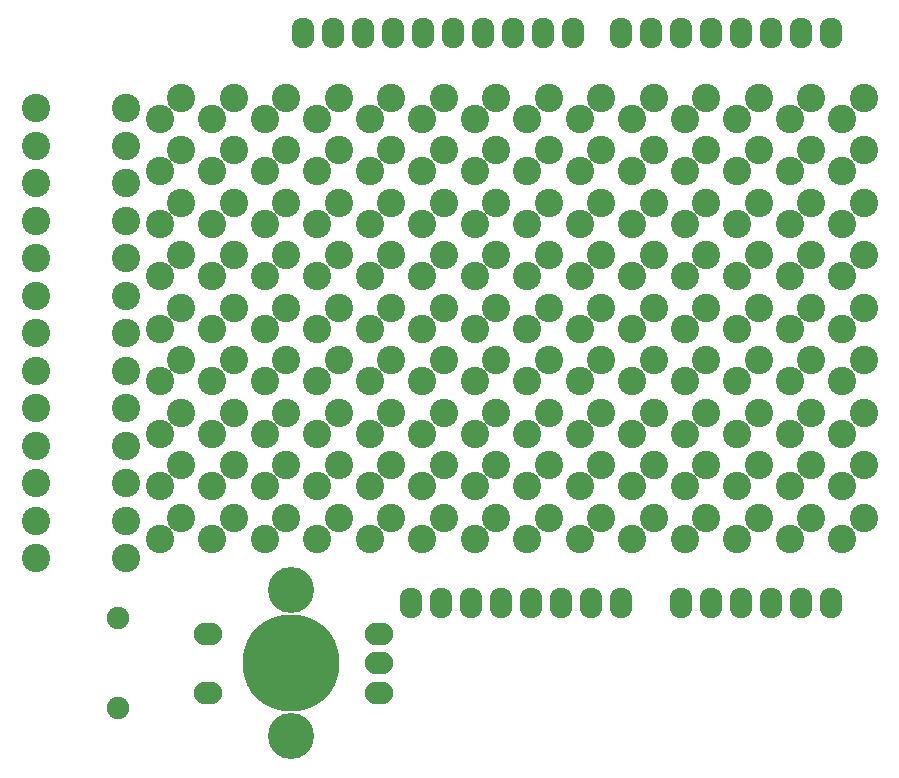
<source format=gbr>
G04 #@! TF.FileFunction,Soldermask,Top*
%FSLAX46Y46*%
G04 Gerber Fmt 4.6, Leading zero omitted, Abs format (unit mm)*
G04 Created by KiCad (PCBNEW 4.0.7) date 04/19/18 17:49:01*
%MOMM*%
%LPD*%
G01*
G04 APERTURE LIST*
%ADD10C,0.100000*%
%ADD11O,2.398980X1.901140*%
%ADD12C,3.900120*%
%ADD13C,8.200000*%
%ADD14C,2.398980*%
%ADD15C,1.900000*%
%ADD16O,1.924000X2.599640*%
%ADD17O,1.924000X2.597100*%
G04 APERTURE END LIST*
D10*
D11*
X140850620Y-137119360D03*
X140850620Y-134620000D03*
X140850620Y-132120640D03*
D12*
X133350000Y-140820140D03*
X133350000Y-128419860D03*
D11*
X126349760Y-137119360D03*
X126349760Y-132120640D03*
D13*
X133350000Y-134620000D03*
D14*
X124088026Y-122291974D03*
X122291974Y-124088026D03*
X124088026Y-86731974D03*
X122291974Y-88528026D03*
X128533026Y-86731974D03*
X126736974Y-88528026D03*
X132978026Y-86731974D03*
X131181974Y-88528026D03*
X137423026Y-86731974D03*
X135626974Y-88528026D03*
X141868026Y-86731974D03*
X140071974Y-88528026D03*
X146313026Y-86731974D03*
X144516974Y-88528026D03*
X150758026Y-86731974D03*
X148961974Y-88528026D03*
X155203026Y-86731974D03*
X153406974Y-88528026D03*
X159648026Y-86731974D03*
X157851974Y-88528026D03*
X164093026Y-86731974D03*
X162296974Y-88528026D03*
X168538026Y-86731974D03*
X166741974Y-88528026D03*
X172983026Y-86731974D03*
X171186974Y-88528026D03*
X177428026Y-86731974D03*
X175631974Y-88528026D03*
X181873026Y-86731974D03*
X180076974Y-88528026D03*
X124088026Y-91176974D03*
X122291974Y-92973026D03*
X128533026Y-91176974D03*
X126736974Y-92973026D03*
X132978026Y-91176974D03*
X131181974Y-92973026D03*
X137423026Y-91176974D03*
X135626974Y-92973026D03*
X141868026Y-91176974D03*
X140071974Y-92973026D03*
X146313026Y-91176974D03*
X144516974Y-92973026D03*
X150758026Y-91176974D03*
X148961974Y-92973026D03*
X155203026Y-91176974D03*
X153406974Y-92973026D03*
X159648026Y-91176974D03*
X157851974Y-92973026D03*
X164093026Y-91176974D03*
X162296974Y-92973026D03*
X168538026Y-91176974D03*
X166741974Y-92973026D03*
X172983026Y-91176974D03*
X171186974Y-92973026D03*
X177428026Y-91176974D03*
X175631974Y-92973026D03*
X181873026Y-91176974D03*
X180076974Y-92973026D03*
X124088026Y-95621974D03*
X122291974Y-97418026D03*
X128533026Y-95621974D03*
X126736974Y-97418026D03*
X132978026Y-95621974D03*
X131181974Y-97418026D03*
X137423026Y-95621974D03*
X135626974Y-97418026D03*
X141868026Y-95621974D03*
X140071974Y-97418026D03*
X146313026Y-95621974D03*
X144516974Y-97418026D03*
X150758026Y-95621974D03*
X148961974Y-97418026D03*
X155203026Y-95621974D03*
X153406974Y-97418026D03*
X159648026Y-95621974D03*
X157851974Y-97418026D03*
X164093026Y-95621974D03*
X162296974Y-97418026D03*
X168538026Y-95621974D03*
X166741974Y-97418026D03*
X172983026Y-95621974D03*
X171186974Y-97418026D03*
X177428026Y-95621974D03*
X175631974Y-97418026D03*
X181873026Y-95621974D03*
X180076974Y-97418026D03*
X124088026Y-100066974D03*
X122291974Y-101863026D03*
X128533026Y-100066974D03*
X126736974Y-101863026D03*
X132978026Y-100066974D03*
X131181974Y-101863026D03*
X137423026Y-100066974D03*
X135626974Y-101863026D03*
X141868026Y-100066974D03*
X140071974Y-101863026D03*
X146313026Y-100066974D03*
X144516974Y-101863026D03*
X150758026Y-100066974D03*
X148961974Y-101863026D03*
X155203026Y-100066974D03*
X153406974Y-101863026D03*
X159648026Y-100066974D03*
X157851974Y-101863026D03*
X164093026Y-100066974D03*
X162296974Y-101863026D03*
X168538026Y-100066974D03*
X166741974Y-101863026D03*
X172983026Y-100066974D03*
X171186974Y-101863026D03*
X177428026Y-100066974D03*
X175631974Y-101863026D03*
X181873026Y-100066974D03*
X180076974Y-101863026D03*
X124088026Y-104511974D03*
X122291974Y-106308026D03*
X128533026Y-104511974D03*
X126736974Y-106308026D03*
X132978026Y-104511974D03*
X131181974Y-106308026D03*
X137423026Y-104511974D03*
X135626974Y-106308026D03*
X141868026Y-104511974D03*
X140071974Y-106308026D03*
X146313026Y-104511974D03*
X144516974Y-106308026D03*
X150758026Y-104511974D03*
X148961974Y-106308026D03*
X155203026Y-104511974D03*
X153406974Y-106308026D03*
X159648026Y-104511974D03*
X157851974Y-106308026D03*
X164093026Y-104511974D03*
X162296974Y-106308026D03*
X168538026Y-104511974D03*
X166741974Y-106308026D03*
X172983026Y-104511974D03*
X171186974Y-106308026D03*
X177428026Y-104511974D03*
X175631974Y-106308026D03*
X181873026Y-104511974D03*
X180076974Y-106308026D03*
X124088026Y-108956974D03*
X122291974Y-110753026D03*
X128533026Y-108956974D03*
X126736974Y-110753026D03*
X132978026Y-108956974D03*
X131181974Y-110753026D03*
X137423026Y-108956974D03*
X135626974Y-110753026D03*
X141868026Y-108956974D03*
X140071974Y-110753026D03*
X146313026Y-108956974D03*
X144516974Y-110753026D03*
X150758026Y-108956974D03*
X148961974Y-110753026D03*
X155203026Y-108956974D03*
X153406974Y-110753026D03*
X159648026Y-108956974D03*
X157851974Y-110753026D03*
X164093026Y-108956974D03*
X162296974Y-110753026D03*
X168538026Y-108956974D03*
X166741974Y-110753026D03*
X172983026Y-108956974D03*
X171186974Y-110753026D03*
X177428026Y-108956974D03*
X175631974Y-110753026D03*
X181873026Y-108956974D03*
X180076974Y-110753026D03*
X124088026Y-113401974D03*
X122291974Y-115198026D03*
X128533026Y-113401974D03*
X126736974Y-115198026D03*
X132978026Y-113401974D03*
X131181974Y-115198026D03*
X137423026Y-113401974D03*
X135626974Y-115198026D03*
X141868026Y-113401974D03*
X140071974Y-115198026D03*
X146313026Y-113401974D03*
X144516974Y-115198026D03*
X150758026Y-113401974D03*
X148961974Y-115198026D03*
X155203026Y-113401974D03*
X153406974Y-115198026D03*
X159648026Y-113401974D03*
X157851974Y-115198026D03*
X164093026Y-113401974D03*
X162296974Y-115198026D03*
X168538026Y-113401974D03*
X166741974Y-115198026D03*
X172983026Y-113401974D03*
X171186974Y-115198026D03*
X177428026Y-113401974D03*
X175631974Y-115198026D03*
X181873026Y-113401974D03*
X180076974Y-115198026D03*
X124088026Y-117846974D03*
X122291974Y-119643026D03*
X128533026Y-117846974D03*
X126736974Y-119643026D03*
X132978026Y-117846974D03*
X131181974Y-119643026D03*
X137423026Y-117846974D03*
X135626974Y-119643026D03*
X141868026Y-117846974D03*
X140071974Y-119643026D03*
X146313026Y-117846974D03*
X144516974Y-119643026D03*
X150758026Y-117846974D03*
X148961974Y-119643026D03*
X155203026Y-117846974D03*
X153406974Y-119643026D03*
X159648026Y-117846974D03*
X157851974Y-119643026D03*
X164093026Y-117846974D03*
X162296974Y-119643026D03*
X168538026Y-117846974D03*
X166741974Y-119643026D03*
X172983026Y-117846974D03*
X171186974Y-119643026D03*
X177428026Y-117846974D03*
X175631974Y-119643026D03*
X181873026Y-117846974D03*
X180076974Y-119643026D03*
X128533026Y-122291974D03*
X126736974Y-124088026D03*
X132978026Y-122291974D03*
X131181974Y-124088026D03*
X137423026Y-122291974D03*
X135626974Y-124088026D03*
X141868026Y-122291974D03*
X140071974Y-124088026D03*
X146313026Y-122291974D03*
X144516974Y-124088026D03*
X150758026Y-122291974D03*
X148961974Y-124088026D03*
X155203026Y-122291974D03*
X153406974Y-124088026D03*
X159648026Y-122291974D03*
X157851974Y-124088026D03*
X164093026Y-122291974D03*
X162296974Y-124088026D03*
X168538026Y-122291974D03*
X166741974Y-124088026D03*
X172983026Y-122291974D03*
X171186974Y-124088026D03*
X177428026Y-122291974D03*
X175631974Y-124088026D03*
X181873026Y-122291974D03*
X180076974Y-124088026D03*
X119380000Y-125730000D03*
X111760000Y-125730000D03*
X111760000Y-103505000D03*
X119380000Y-103505000D03*
X111760000Y-100330000D03*
X119380000Y-100330000D03*
X111760000Y-97155000D03*
X119380000Y-97155000D03*
X111760000Y-93980000D03*
X119380000Y-93980000D03*
X111760000Y-90805000D03*
X119380000Y-90805000D03*
X111760000Y-87630000D03*
X119380000Y-87630000D03*
X111760000Y-122555000D03*
X119380000Y-122555000D03*
X111760000Y-119380000D03*
X119380000Y-119380000D03*
X111760000Y-116205000D03*
X119380000Y-116205000D03*
X111760000Y-113030000D03*
X119380000Y-113030000D03*
X111760000Y-109855000D03*
X119380000Y-109855000D03*
X111760000Y-106680000D03*
X119380000Y-106680000D03*
D15*
X118745000Y-138420000D03*
X118745000Y-130820000D03*
D16*
X143510000Y-129540000D03*
X146050000Y-129540000D03*
X148590000Y-129540000D03*
X151130000Y-129540000D03*
X153670000Y-129540000D03*
X156210000Y-129540000D03*
X158750000Y-129540000D03*
X161290000Y-129540000D03*
X166370000Y-129540000D03*
X168910000Y-129540000D03*
X171450000Y-129540000D03*
X173990000Y-129540000D03*
X176530000Y-129540000D03*
X179070000Y-129540000D03*
D17*
X179070000Y-81280000D03*
X176530000Y-81280000D03*
X173990000Y-81280000D03*
X171450000Y-81280000D03*
X168910000Y-81280000D03*
X166370000Y-81280000D03*
X163830000Y-81280000D03*
X161290000Y-81280000D03*
X157226000Y-81280000D03*
X154686000Y-81280000D03*
X152146000Y-81280000D03*
X149606000Y-81280000D03*
X147066000Y-81280000D03*
X144526000Y-81280000D03*
X141986000Y-81280000D03*
X139448540Y-81280000D03*
X136906000Y-81280000D03*
X134366000Y-81280000D03*
M02*

</source>
